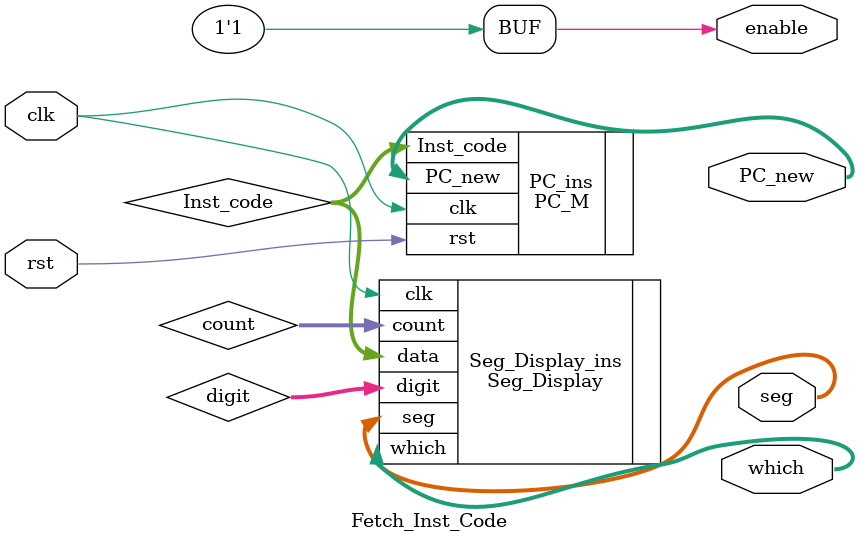
<source format=v>
`timescale 1ns / 1ps


module Fetch_Inst_Code(
    input clk,rst,
    output wire [31:0] PC_new,
    output wire [2:0] which,// Æ¬Ñ¡±àÂë£¨Çý¶¯ÄÄÒ»Î»ÊýÂë¹Ü£©£¬µÍµçÆ½ÓÐÐ§
    output wire [7:0] seg, // ¶ÎÑ¡ÐÅºÅ£¨µãÁÁÄÄÐ©±Ê»®£©£¬µÍµçÆ½ÓÐÐ§
    output reg enable   //Ä¬ÈÏ¿ªÆôÊýÂë¹Ü
); 
    wire [3:0]digit;
//    wire [31:0]PC_new;
    wire [2:0]count; // 2:0 sim 14:0 board
    wire [31:0] Inst_code;
    initial enable =1;

    PC_M PC_ins(
    .clk(clk),
    .rst(rst),
    .Inst_code(Inst_code),
    .PC_new(PC_new)
    );
    
    Seg_Display Seg_Display_ins(
    .clk(clk),
    .data(Inst_code), // ¸ù¾Ý°´¼üÑ¡ÔñÏÔÊ¾µÄÊý¾Ý
    .which(which),
    .seg(seg),
    .count(count),
    .digit(digit)
    );
    
//always @(posedge clk or posedge rst) begin
//    if(rst) begin
//       Inst_code <= 32'h0000_0000;  // Ã÷È·¸³ÖµÎªÈ«0
//    end else begin
    
//    end
  
//end
    
endmodule

</source>
